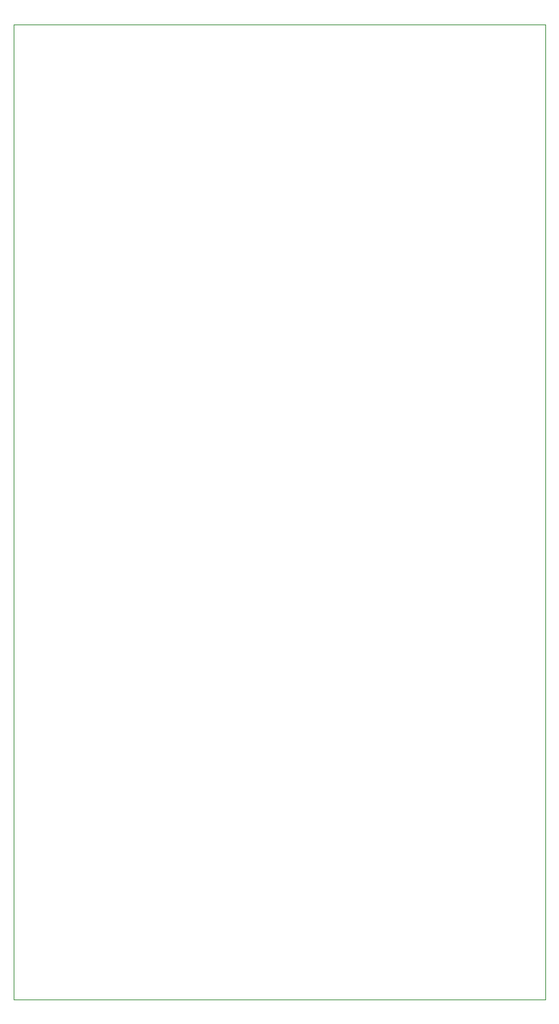
<source format=gbr>
%TF.GenerationSoftware,KiCad,Pcbnew,9.0.0*%
%TF.CreationDate,2025-03-16T17:59:53-04:00*%
%TF.ProjectId,classab-amp,636c6173-7361-4622-9d61-6d702e6b6963,rev?*%
%TF.SameCoordinates,Original*%
%TF.FileFunction,Profile,NP*%
%FSLAX46Y46*%
G04 Gerber Fmt 4.6, Leading zero omitted, Abs format (unit mm)*
G04 Created by KiCad (PCBNEW 9.0.0) date 2025-03-16 17:59:53*
%MOMM*%
%LPD*%
G01*
G04 APERTURE LIST*
%TA.AperFunction,Profile*%
%ADD10C,0.050000*%
%TD*%
G04 APERTURE END LIST*
D10*
X212803220Y-43609780D02*
X275414220Y-43609780D01*
X275414220Y-158163780D01*
X212803220Y-158163780D01*
X212803220Y-43609780D01*
M02*

</source>
